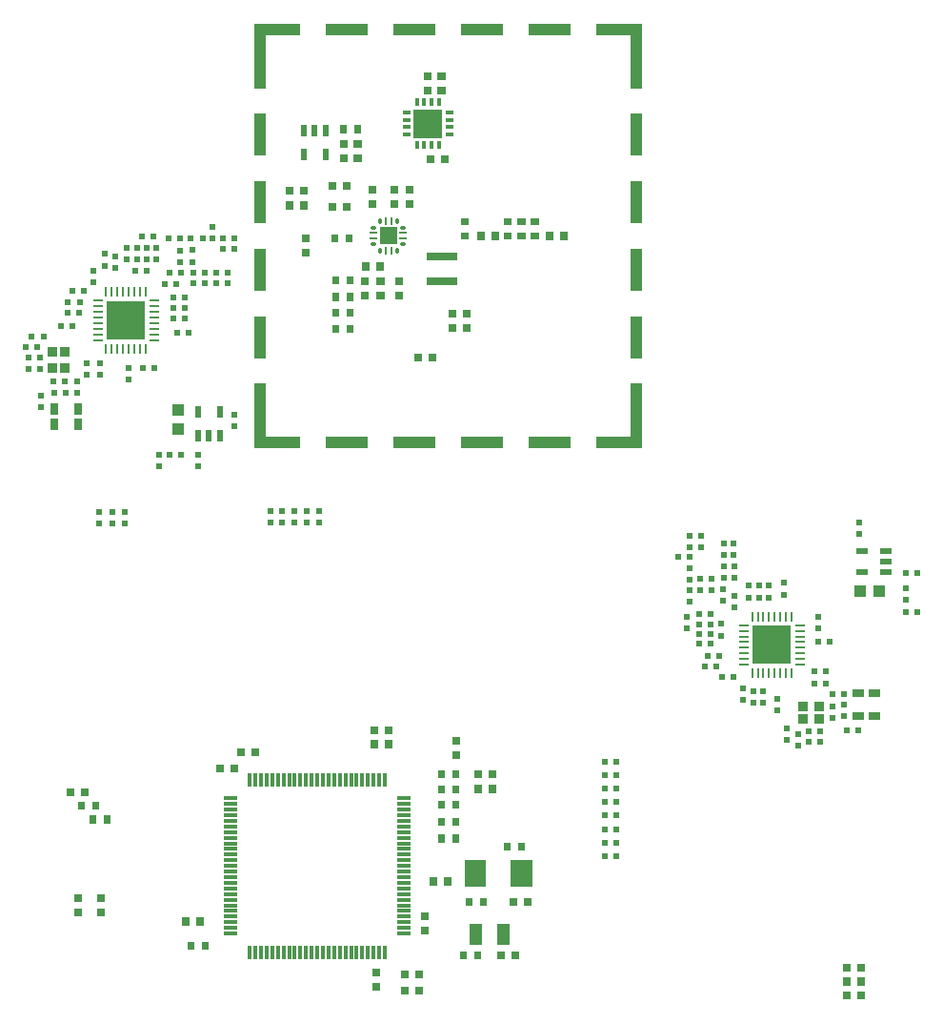
<source format=gbr>
%TF.GenerationSoftware,KiCad,Pcbnew,(5.1.6)-1*%
%TF.CreationDate,2020-06-01T16:59:42-04:00*%
%TF.ProjectId,upsat-comms-hardware,75707361-742d-4636-9f6d-6d732d686172,0.3*%
%TF.SameCoordinates,Original*%
%TF.FileFunction,Paste,Top*%
%TF.FilePolarity,Positive*%
%FSLAX46Y46*%
G04 Gerber Fmt 4.6, Leading zero omitted, Abs format (unit mm)*
G04 Created by KiCad (PCBNEW (5.1.6)-1) date 2020-06-01 16:59:42*
%MOMM*%
%LPD*%
G01*
G04 APERTURE LIST*
%ADD10R,1.100000X1.100000*%
%ADD11R,0.300000X0.720000*%
%ADD12R,0.720000X0.300000*%
%ADD13R,2.500000X2.500000*%
%ADD14R,1.300480X0.299720*%
%ADD15R,0.299720X1.300480*%
%ADD16R,1.000000X5.720000*%
%ADD17R,1.000000X3.800000*%
%ADD18R,3.800000X1.000000*%
%ADD19R,4.140000X1.000000*%
%ADD20R,0.949960X0.848360*%
%ADD21R,0.848360X0.949960*%
%ADD22R,0.280000X0.850000*%
%ADD23R,0.850000X0.280000*%
%ADD24R,3.450000X3.450000*%
%ADD25R,0.640000X0.280000*%
%ADD26O,0.640000X0.280000*%
%ADD27O,0.280000X0.640000*%
%ADD28R,0.280000X0.640000*%
%ADD29R,1.500000X1.500000*%
%ADD30R,0.590000X0.610000*%
%ADD31R,0.610000X0.590000*%
%ADD32C,0.100000*%
%ADD33R,0.800000X1.000000*%
%ADD34R,1.000000X0.800000*%
%ADD35R,1.000760X0.599440*%
%ADD36R,0.599440X1.000760*%
%ADD37R,2.700000X0.800000*%
G04 APERTURE END LIST*
D10*
%TO.C,C81*%
X120972380Y-92015664D03*
X120972380Y-93745664D03*
%TD*%
D11*
%TO.C,U12*%
X144150000Y-64700000D03*
X143500000Y-64700000D03*
X142850000Y-64700000D03*
X142200000Y-64700000D03*
D12*
X141275000Y-65625000D03*
X141275000Y-66275000D03*
X141275000Y-66925000D03*
X141275000Y-67575000D03*
D11*
X142200000Y-68500000D03*
X142850000Y-68500000D03*
X143500000Y-68500000D03*
X144150000Y-68500000D03*
D12*
X145075000Y-67575000D03*
X145075000Y-66925000D03*
X145075000Y-66275000D03*
X145075000Y-65625000D03*
D13*
X143175000Y-66600000D03*
%TD*%
D14*
%TO.C,U5*%
X141026760Y-137026760D03*
X141026760Y-136526380D03*
X141026760Y-136026000D03*
X141026760Y-135525620D03*
X141026760Y-135025240D03*
X141026760Y-138525360D03*
X141026760Y-138024980D03*
X141026760Y-137527140D03*
X141026760Y-130526900D03*
X141026760Y-130026520D03*
X141026760Y-129526140D03*
X141026760Y-129025760D03*
X141026760Y-128525380D03*
X141026760Y-128025000D03*
X141026760Y-127524620D03*
X141026760Y-127026780D03*
D15*
X135850240Y-124850000D03*
X135349860Y-124850000D03*
X134852020Y-124850000D03*
X134351640Y-124850000D03*
X133851260Y-124850000D03*
X133350880Y-124850000D03*
X132850500Y-124850000D03*
X132350120Y-124850000D03*
X127851780Y-124850000D03*
X127351400Y-124850000D03*
D14*
X125675000Y-126526400D03*
X125675000Y-127026780D03*
X125675000Y-127524620D03*
X125675000Y-128025000D03*
X125675000Y-128525380D03*
X125675000Y-129025760D03*
X141026760Y-134524860D03*
X141026760Y-134027020D03*
X141026760Y-133526640D03*
X141026760Y-126526400D03*
D15*
X139350360Y-124850000D03*
X138849980Y-124850000D03*
X131849740Y-124850000D03*
X131351900Y-124850000D03*
X130851520Y-124850000D03*
D14*
X125675000Y-129526140D03*
X125675000Y-130026520D03*
X125675000Y-130526900D03*
X141026760Y-133026260D03*
X141026760Y-132525880D03*
X141026760Y-132025500D03*
X141026760Y-131525120D03*
X141026760Y-131024740D03*
D15*
X138352140Y-124850000D03*
X137851760Y-124850000D03*
X137351380Y-124850000D03*
X136851000Y-124850000D03*
X136350620Y-124850000D03*
X130351140Y-124850000D03*
X129850760Y-124850000D03*
X129350380Y-124850000D03*
X128850000Y-124850000D03*
X128349620Y-124850000D03*
D14*
X125675000Y-131024740D03*
X125675000Y-131525120D03*
X125675000Y-132025500D03*
X125675000Y-132525880D03*
X125675000Y-133026260D03*
X125675000Y-133526640D03*
X125675000Y-134027020D03*
X125675000Y-134524860D03*
X125675000Y-135025240D03*
X125675000Y-135525620D03*
X125675000Y-136026000D03*
X125675000Y-136526380D03*
X125675000Y-137026760D03*
X125675000Y-137527140D03*
X125675000Y-138024980D03*
X125675000Y-138525360D03*
D15*
X127351400Y-140201760D03*
X127851780Y-140201760D03*
X128349620Y-140201760D03*
X128850000Y-140201760D03*
X129350380Y-140201760D03*
X129850760Y-140201760D03*
X130351140Y-140201760D03*
X130851520Y-140201760D03*
X131351900Y-140201760D03*
X131849740Y-140201760D03*
X132350120Y-140201760D03*
X132850500Y-140201760D03*
X133350880Y-140201760D03*
X133851260Y-140201760D03*
X134351640Y-140201760D03*
X134852020Y-140201760D03*
X135349860Y-140201760D03*
X135850240Y-140201760D03*
X136350620Y-140201760D03*
X136851000Y-140201760D03*
X137351380Y-140201760D03*
X137851760Y-140201760D03*
X138352140Y-140201760D03*
X138849980Y-140201760D03*
X139350360Y-140201760D03*
%TD*%
D16*
%TO.C,RFSHIELD1*%
X128260000Y-92540000D03*
D17*
X128260000Y-85590000D03*
X128260000Y-79580000D03*
X128260000Y-73590000D03*
X128260000Y-67590000D03*
X161740000Y-85590000D03*
X161740000Y-79580000D03*
X161740000Y-73590000D03*
X161740000Y-67590000D03*
D16*
X161740000Y-92540000D03*
X161740000Y-60625000D03*
X128260000Y-60625000D03*
D18*
X136000000Y-94900000D03*
X142000000Y-94900000D03*
X148000000Y-94900000D03*
X154000000Y-94900000D03*
X136000000Y-58270000D03*
X142000000Y-58270000D03*
X148000000Y-58270000D03*
X154000000Y-58270000D03*
D19*
X129830000Y-58265000D03*
X160170000Y-58265000D03*
X129830000Y-94900000D03*
X160170000Y-94900000D03*
%TD*%
D20*
%TO.C,U3*%
X177943592Y-118334488D03*
X176495792Y-119477488D03*
X176495792Y-118334488D03*
X177943592Y-119477488D03*
%TD*%
D21*
%TO.C,U18*%
X110915380Y-88315664D03*
X109772380Y-86867864D03*
X110915380Y-86867864D03*
X109772380Y-88315664D03*
%TD*%
D22*
%TO.C,U10*%
X114584760Y-86581328D03*
X115084760Y-86581328D03*
X115584760Y-86581328D03*
X116084760Y-86581328D03*
X116584760Y-86581328D03*
X117084760Y-86581328D03*
X117584760Y-86581328D03*
X118084760Y-86581328D03*
D23*
X118834760Y-85831328D03*
X118834760Y-85331328D03*
X118834760Y-84831328D03*
X118834760Y-84331328D03*
X118834760Y-83831328D03*
X118834760Y-83331328D03*
X118834760Y-82831328D03*
X118834760Y-82331328D03*
D22*
X118084760Y-81581328D03*
X117584760Y-81581328D03*
X117084760Y-81581328D03*
X116584760Y-81581328D03*
X116084760Y-81581328D03*
X115584760Y-81581328D03*
X115084760Y-81581328D03*
X114584760Y-81581328D03*
D23*
X113834760Y-82331328D03*
X113834760Y-82831328D03*
X113834760Y-83331328D03*
X113834760Y-83831328D03*
X113834760Y-84331328D03*
X113834760Y-84831328D03*
X113834760Y-85331328D03*
X113834760Y-85831328D03*
D24*
X116334760Y-84081328D03*
%TD*%
D23*
%TO.C,U4*%
X176259692Y-114655988D03*
X176259692Y-114155988D03*
X176259692Y-113655988D03*
X176259692Y-113155988D03*
X176259692Y-112655988D03*
X176259692Y-112155988D03*
X176259692Y-111655988D03*
X176259692Y-111155988D03*
D22*
X175509692Y-110405988D03*
X175009692Y-110405988D03*
X174509692Y-110405988D03*
X174009692Y-110405988D03*
X173509692Y-110405988D03*
X173009692Y-110405988D03*
X172509692Y-110405988D03*
X172009692Y-110405988D03*
D23*
X171259692Y-111155988D03*
X171259692Y-111655988D03*
X171259692Y-112155988D03*
X171259692Y-112655988D03*
X171259692Y-113155988D03*
X171259692Y-113655988D03*
X171259692Y-114155988D03*
X171259692Y-114655988D03*
D22*
X172009692Y-115405988D03*
X172509692Y-115405988D03*
X173009692Y-115405988D03*
X173509692Y-115405988D03*
X174009692Y-115405988D03*
X174509692Y-115405988D03*
X175009692Y-115405988D03*
X175509692Y-115405988D03*
D24*
X173759692Y-112905988D03*
%TD*%
D25*
%TO.C,U16*%
X138372380Y-76331328D03*
D26*
X138372380Y-75831328D03*
D25*
X138372380Y-76831328D03*
D26*
X138372380Y-77331328D03*
D27*
X138922380Y-77881328D03*
D28*
X139422380Y-77881328D03*
X139922380Y-77881328D03*
D27*
X140422380Y-77881328D03*
D26*
X140972380Y-77331328D03*
D25*
X140972380Y-76831328D03*
X140972380Y-76331328D03*
D26*
X140972380Y-75831328D03*
D27*
X140422380Y-75281328D03*
D28*
X139922380Y-75281328D03*
X139422380Y-75281328D03*
D27*
X138922380Y-75281328D03*
D29*
X139672380Y-76581328D03*
%TD*%
D30*
%TO.C,C3*%
X180134690Y-119260340D03*
X180134690Y-118240340D03*
%TD*%
D31*
%TO.C,C4*%
X185639692Y-106505988D03*
X186659692Y-106505988D03*
%TD*%
%TO.C,C5*%
X177559692Y-115255988D03*
X178579692Y-115255988D03*
%TD*%
%TO.C,C6*%
X177874769Y-112610741D03*
X178894769Y-112610741D03*
%TD*%
D30*
%TO.C,C7*%
X177909692Y-111425988D03*
X177909692Y-110405988D03*
%TD*%
%TO.C,C8*%
X181534690Y-103060340D03*
X181534690Y-102040340D03*
%TD*%
D31*
%TO.C,C9*%
X179114690Y-117280988D03*
X180134690Y-117280988D03*
%TD*%
D30*
%TO.C,C10*%
X179109692Y-119375988D03*
X179109692Y-118355988D03*
%TD*%
D31*
%TO.C,C11*%
X178049692Y-120575988D03*
X177029692Y-120575988D03*
%TD*%
D30*
%TO.C,C12*%
X175109692Y-121335988D03*
X175109692Y-120315988D03*
%TD*%
D31*
%TO.C,C13*%
X185684692Y-110005988D03*
X186704692Y-110005988D03*
%TD*%
%TO.C,C14*%
X178049692Y-121485988D03*
X177029692Y-121485988D03*
%TD*%
D30*
%TO.C,C15*%
X174859692Y-108425988D03*
X174859692Y-107405988D03*
%TD*%
%TO.C,C16*%
X174259692Y-118705988D03*
X174259692Y-117685988D03*
%TD*%
%TO.C,C18*%
X173484692Y-108680988D03*
X173484692Y-107660988D03*
%TD*%
%TO.C,C19*%
X172999692Y-118075988D03*
X172999692Y-117055988D03*
%TD*%
D31*
%TO.C,C20*%
X169309692Y-115755988D03*
X170329692Y-115755988D03*
%TD*%
D30*
%TO.C,C21*%
X172089692Y-118075988D03*
X172089692Y-117055988D03*
%TD*%
%TO.C,C22*%
X171709692Y-108680988D03*
X171709692Y-107660988D03*
%TD*%
%TO.C,C23*%
X171184692Y-117775988D03*
X171184692Y-116755988D03*
%TD*%
D31*
%TO.C,C26*%
X167819692Y-114795988D03*
X168839692Y-114795988D03*
%TD*%
%TO.C,C27*%
X168039692Y-113855988D03*
X169059692Y-113855988D03*
%TD*%
D30*
%TO.C,C30*%
X169459692Y-104875988D03*
X169459692Y-103855988D03*
%TD*%
%TO.C,C31*%
X169434690Y-107920340D03*
X169434690Y-108940340D03*
%TD*%
%TO.C,C32*%
X169459692Y-106930988D03*
X169459692Y-105910988D03*
%TD*%
%TO.C,C33*%
X170384692Y-104905988D03*
X170384692Y-103885988D03*
%TD*%
D31*
%TO.C,C34*%
X167414690Y-107040340D03*
X168434690Y-107040340D03*
%TD*%
%TO.C,C35*%
X167284692Y-112805988D03*
X168304692Y-112805988D03*
%TD*%
%TO.C,C37*%
X167284692Y-111055988D03*
X168304692Y-111055988D03*
%TD*%
D30*
%TO.C,C39*%
X166459692Y-109055988D03*
X166459692Y-108035988D03*
%TD*%
D31*
%TO.C,C44*%
X166484692Y-105055988D03*
X165464692Y-105055988D03*
%TD*%
D30*
%TO.C,C47*%
X167459692Y-103180988D03*
X167459692Y-104200988D03*
%TD*%
D31*
%TO.C,C53*%
X109972380Y-90481328D03*
X110992380Y-90481328D03*
%TD*%
D30*
%TO.C,C55*%
X122747380Y-96045664D03*
X122747380Y-97065664D03*
%TD*%
%TO.C,C57*%
X114022380Y-87915664D03*
X114022380Y-88935664D03*
%TD*%
%TO.C,C58*%
X116584760Y-88281328D03*
X116584760Y-89301328D03*
%TD*%
D31*
%TO.C,C61*%
X117852380Y-88315664D03*
X118872380Y-88315664D03*
%TD*%
D30*
%TO.C,C62*%
X126000000Y-92480000D03*
X126000000Y-93500000D03*
%TD*%
%TO.C,C65*%
X111972380Y-89515664D03*
X111972380Y-90535664D03*
%TD*%
D31*
%TO.C,C67*%
X109872380Y-89515664D03*
X110892380Y-89515664D03*
%TD*%
D30*
%TO.C,C69*%
X108672380Y-88435664D03*
X108672380Y-87415664D03*
%TD*%
D31*
%TO.C,C71*%
X107984760Y-85481328D03*
X109004760Y-85481328D03*
%TD*%
D30*
%TO.C,C73*%
X119247380Y-96040664D03*
X119247380Y-97060664D03*
%TD*%
%TO.C,C75*%
X107722380Y-88435664D03*
X107722380Y-87415664D03*
%TD*%
D31*
%TO.C,C77*%
X120872380Y-85215664D03*
X121892380Y-85215664D03*
%TD*%
%TO.C,C79*%
X110552380Y-84615664D03*
X111572380Y-84615664D03*
%TD*%
%TO.C,C83*%
X120584760Y-83881328D03*
X121604760Y-83881328D03*
%TD*%
%TO.C,C85*%
X111172380Y-83365664D03*
X112192380Y-83365664D03*
%TD*%
D30*
%TO.C,C87*%
X113472380Y-79681328D03*
X113472380Y-80701328D03*
%TD*%
D31*
%TO.C,C89*%
X111202380Y-82465664D03*
X112222380Y-82465664D03*
%TD*%
%TO.C,C91*%
X120572380Y-82065664D03*
X121592380Y-82065664D03*
%TD*%
%TO.C,C93*%
X111584760Y-81481328D03*
X112604760Y-81481328D03*
%TD*%
D30*
%TO.C,C95*%
X114472380Y-78195664D03*
X114472380Y-79215664D03*
%TD*%
%TO.C,C96*%
X115372380Y-78415664D03*
X115372380Y-79435664D03*
%TD*%
D31*
%TO.C,C99*%
X124342380Y-79855664D03*
X125362380Y-79855664D03*
%TD*%
%TO.C,C101*%
X121212380Y-79815664D03*
X120192380Y-79815664D03*
%TD*%
%TO.C,C103*%
X122342380Y-79815664D03*
X123362380Y-79815664D03*
%TD*%
%TO.C,C105*%
X124342380Y-80745664D03*
X125362380Y-80745664D03*
%TD*%
D30*
%TO.C,C107*%
X122232380Y-77855664D03*
X122232380Y-78875664D03*
%TD*%
%TO.C,C109*%
X116452380Y-77635664D03*
X116452380Y-78655664D03*
%TD*%
%TO.C,C111*%
X118172380Y-77635664D03*
X118172380Y-78655664D03*
%TD*%
D31*
%TO.C,C113*%
X120142380Y-76835664D03*
X121162380Y-76835664D03*
%TD*%
D30*
%TO.C,C115*%
X124062380Y-76825664D03*
X124062380Y-75805664D03*
%TD*%
D31*
%TO.C,C118*%
X126012380Y-77765664D03*
X124992380Y-77765664D03*
%TD*%
D30*
%TO.C,L1*%
X185634692Y-108905988D03*
X185634692Y-107885988D03*
%TD*%
%TO.C,L2*%
X170434690Y-109560340D03*
X170434690Y-108540340D03*
%TD*%
%TO.C,L3*%
X169279692Y-112065988D03*
X169279692Y-111045988D03*
%TD*%
D31*
%TO.C,L5*%
X167414690Y-108040340D03*
X168434690Y-108040340D03*
%TD*%
%TO.C,L6*%
X167289692Y-111955988D03*
X168309692Y-111955988D03*
%TD*%
%TO.C,L7*%
X167284692Y-110155988D03*
X168304692Y-110155988D03*
%TD*%
D30*
%TO.C,L8*%
X166484692Y-106055988D03*
X166484692Y-107075988D03*
%TD*%
%TO.C,L9*%
X166234690Y-111460340D03*
X166234690Y-110440340D03*
%TD*%
%TO.C,L10*%
X166484692Y-103180988D03*
X166484692Y-104200988D03*
%TD*%
D31*
%TO.C,L11*%
X120222380Y-96015664D03*
X121242380Y-96015664D03*
%TD*%
%TO.C,L13*%
X119782380Y-80825664D03*
X120802380Y-80825664D03*
%TD*%
%TO.C,L15*%
X117172380Y-79655664D03*
X118192380Y-79655664D03*
%TD*%
D30*
%TO.C,L17*%
X121184760Y-77861328D03*
X121184760Y-78881328D03*
%TD*%
%TO.C,L19*%
X117302380Y-77635664D03*
X117302380Y-78655664D03*
%TD*%
%TO.C,L21*%
X119032380Y-77645664D03*
X119032380Y-78665664D03*
%TD*%
D31*
%TO.C,L23*%
X123142380Y-76835664D03*
X122122380Y-76835664D03*
%TD*%
%TO.C,L25*%
X117752380Y-76635664D03*
X118772380Y-76635664D03*
%TD*%
%TO.C,L27*%
X125992380Y-76815664D03*
X124972380Y-76815664D03*
%TD*%
%TO.C,R8*%
X180389692Y-120505988D03*
X181409692Y-120505988D03*
%TD*%
D30*
%TO.C,R9*%
X176089692Y-121815988D03*
X176089692Y-120795988D03*
%TD*%
D31*
%TO.C,R10*%
X178579692Y-116305988D03*
X177559692Y-116305988D03*
%TD*%
D30*
%TO.C,R17*%
X172609692Y-108680988D03*
X172609692Y-107660988D03*
%TD*%
%TO.C,R19*%
X170409692Y-106930988D03*
X170409692Y-105910988D03*
%TD*%
%TO.C,R24*%
X108772380Y-90795664D03*
X108772380Y-91815664D03*
%TD*%
D31*
%TO.C,R26*%
X107452380Y-86465664D03*
X108472380Y-86465664D03*
%TD*%
D30*
%TO.C,R27*%
X112872380Y-88935664D03*
X112872380Y-87915664D03*
%TD*%
D31*
%TO.C,R32*%
X120584760Y-82981328D03*
X121604760Y-82981328D03*
%TD*%
%TO.C,R39*%
X122322380Y-80775664D03*
X123342380Y-80775664D03*
%TD*%
%TO.C,R59*%
X158919259Y-124454769D03*
X159939259Y-124454769D03*
%TD*%
%TO.C,R60*%
X158919259Y-125654769D03*
X159939259Y-125654769D03*
%TD*%
%TO.C,R61*%
X158919259Y-126854769D03*
X159939259Y-126854769D03*
%TD*%
%TO.C,R62*%
X158919259Y-128054769D03*
X159939259Y-128054769D03*
%TD*%
%TO.C,R63*%
X158919259Y-129254769D03*
X159939259Y-129254769D03*
%TD*%
%TO.C,R64*%
X158919259Y-130454769D03*
X159939259Y-130454769D03*
%TD*%
%TO.C,R65*%
X158919259Y-131654769D03*
X159939259Y-131654769D03*
%TD*%
D30*
%TO.C,R66*%
X113972380Y-102125664D03*
X113972380Y-101105664D03*
%TD*%
%TO.C,R67*%
X115117380Y-102125664D03*
X115117380Y-101105664D03*
%TD*%
%TO.C,R68*%
X116262380Y-102125664D03*
X116262380Y-101105664D03*
%TD*%
%TO.C,R69*%
X129162380Y-102000000D03*
X129162380Y-100980000D03*
%TD*%
%TO.C,R70*%
X130252380Y-102000000D03*
X130252380Y-100980000D03*
%TD*%
%TO.C,R71*%
X131342380Y-102000000D03*
X131342380Y-100980000D03*
%TD*%
%TO.C,R72*%
X132432380Y-102000000D03*
X132432380Y-100980000D03*
%TD*%
%TO.C,R73*%
X133522380Y-102000000D03*
X133522380Y-100980000D03*
%TD*%
D31*
%TO.C,R58*%
X158919259Y-123254769D03*
X159939259Y-123254769D03*
%TD*%
D32*
%TO.C,R53*%
G36*
X135357380Y-67445664D02*
G01*
X135357380Y-66745664D01*
X136007380Y-66745664D01*
X136007380Y-67445664D01*
X135357380Y-67445664D01*
G37*
G36*
X136627380Y-67445664D02*
G01*
X136627380Y-66745664D01*
X137277380Y-66745664D01*
X137277380Y-67445664D01*
X136627380Y-67445664D01*
G37*
%TD*%
%TO.C,R51*%
G36*
X134359760Y-74331328D02*
G01*
X134359760Y-73631328D01*
X135009760Y-73631328D01*
X135009760Y-74331328D01*
X134359760Y-74331328D01*
G37*
G36*
X135629760Y-74331328D02*
G01*
X135629760Y-73631328D01*
X136279760Y-73631328D01*
X136279760Y-74331328D01*
X135629760Y-74331328D01*
G37*
%TD*%
%TO.C,R49*%
G36*
X132002380Y-76500664D02*
G01*
X132702380Y-76500664D01*
X132702380Y-77150664D01*
X132002380Y-77150664D01*
X132002380Y-76500664D01*
G37*
G36*
X132002380Y-77770664D02*
G01*
X132702380Y-77770664D01*
X132702380Y-78420664D01*
X132002380Y-78420664D01*
X132002380Y-77770664D01*
G37*
%TD*%
%TO.C,R47*%
G36*
X134677380Y-80865664D02*
G01*
X134677380Y-80165664D01*
X135327380Y-80165664D01*
X135327380Y-80865664D01*
X134677380Y-80865664D01*
G37*
G36*
X135947380Y-80865664D02*
G01*
X135947380Y-80165664D01*
X136597380Y-80165664D01*
X136597380Y-80865664D01*
X135947380Y-80865664D01*
G37*
%TD*%
%TO.C,R45*%
G36*
X144034760Y-62056328D02*
G01*
X144734760Y-62056328D01*
X144734760Y-62706328D01*
X144034760Y-62706328D01*
X144034760Y-62056328D01*
G37*
G36*
X144034760Y-63326328D02*
G01*
X144734760Y-63326328D01*
X144734760Y-63976328D01*
X144034760Y-63976328D01*
X144034760Y-63326328D01*
G37*
%TD*%
%TO.C,R43*%
G36*
X142834760Y-62056328D02*
G01*
X143534760Y-62056328D01*
X143534760Y-62706328D01*
X142834760Y-62706328D01*
X142834760Y-62056328D01*
G37*
G36*
X142834760Y-63326328D02*
G01*
X143534760Y-63326328D01*
X143534760Y-63976328D01*
X142834760Y-63976328D01*
X142834760Y-63326328D01*
G37*
%TD*%
%TO.C,R41*%
G36*
X180075000Y-143150000D02*
G01*
X180075000Y-142450000D01*
X180725000Y-142450000D01*
X180725000Y-143150000D01*
X180075000Y-143150000D01*
G37*
G36*
X181345000Y-143150000D02*
G01*
X181345000Y-142450000D01*
X181995000Y-142450000D01*
X181995000Y-143150000D01*
X181345000Y-143150000D01*
G37*
%TD*%
%TO.C,R38*%
G36*
X181995000Y-141250000D02*
G01*
X181995000Y-141950000D01*
X181345000Y-141950000D01*
X181345000Y-141250000D01*
X181995000Y-141250000D01*
G37*
G36*
X180725000Y-141250000D02*
G01*
X180725000Y-141950000D01*
X180075000Y-141950000D01*
X180075000Y-141250000D01*
X180725000Y-141250000D01*
G37*
%TD*%
%TO.C,R37*%
G36*
X181995000Y-143650000D02*
G01*
X181995000Y-144350000D01*
X181345000Y-144350000D01*
X181345000Y-143650000D01*
X181995000Y-143650000D01*
G37*
G36*
X180725000Y-143650000D02*
G01*
X180725000Y-144350000D01*
X180075000Y-144350000D01*
X180075000Y-143650000D01*
X180725000Y-143650000D01*
G37*
%TD*%
%TO.C,R36*%
G36*
X112995000Y-125650000D02*
G01*
X112995000Y-126350000D01*
X112345000Y-126350000D01*
X112345000Y-125650000D01*
X112995000Y-125650000D01*
G37*
G36*
X111725000Y-125650000D02*
G01*
X111725000Y-126350000D01*
X111075000Y-126350000D01*
X111075000Y-125650000D01*
X111725000Y-125650000D01*
G37*
%TD*%
%TO.C,R35*%
G36*
X114995000Y-128050000D02*
G01*
X114995000Y-128750000D01*
X114345000Y-128750000D01*
X114345000Y-128050000D01*
X114995000Y-128050000D01*
G37*
G36*
X113725000Y-128050000D02*
G01*
X113725000Y-128750000D01*
X113075000Y-128750000D01*
X113075000Y-128050000D01*
X113725000Y-128050000D01*
G37*
%TD*%
%TO.C,R34*%
G36*
X114450000Y-136995000D02*
G01*
X113750000Y-136995000D01*
X113750000Y-136345000D01*
X114450000Y-136345000D01*
X114450000Y-136995000D01*
G37*
G36*
X114450000Y-135725000D02*
G01*
X113750000Y-135725000D01*
X113750000Y-135075000D01*
X114450000Y-135075000D01*
X114450000Y-135725000D01*
G37*
%TD*%
%TO.C,R31*%
G36*
X112075000Y-127550000D02*
G01*
X112075000Y-126850000D01*
X112725000Y-126850000D01*
X112725000Y-127550000D01*
X112075000Y-127550000D01*
G37*
G36*
X113345000Y-127550000D02*
G01*
X113345000Y-126850000D01*
X113995000Y-126850000D01*
X113995000Y-127550000D01*
X113345000Y-127550000D01*
G37*
%TD*%
%TO.C,R30*%
G36*
X111750000Y-135075000D02*
G01*
X112450000Y-135075000D01*
X112450000Y-135725000D01*
X111750000Y-135725000D01*
X111750000Y-135075000D01*
G37*
G36*
X111750000Y-136345000D02*
G01*
X112450000Y-136345000D01*
X112450000Y-136995000D01*
X111750000Y-136995000D01*
X111750000Y-136345000D01*
G37*
%TD*%
%TO.C,R20*%
G36*
X138270000Y-141685000D02*
G01*
X138970000Y-141685000D01*
X138970000Y-142335000D01*
X138270000Y-142335000D01*
X138270000Y-141685000D01*
G37*
G36*
X138270000Y-142955000D02*
G01*
X138970000Y-142955000D01*
X138970000Y-143605000D01*
X138270000Y-143605000D01*
X138270000Y-142955000D01*
G37*
%TD*%
%TO.C,R18*%
G36*
X144075000Y-124750000D02*
G01*
X144075000Y-124050000D01*
X144725000Y-124050000D01*
X144725000Y-124750000D01*
X144075000Y-124750000D01*
G37*
G36*
X145345000Y-124750000D02*
G01*
X145345000Y-124050000D01*
X145995000Y-124050000D01*
X145995000Y-124750000D01*
X145345000Y-124750000D01*
G37*
%TD*%
%TO.C,R5*%
G36*
X149905000Y-131153015D02*
G01*
X149905000Y-130453015D01*
X150555000Y-130453015D01*
X150555000Y-131153015D01*
X149905000Y-131153015D01*
G37*
G36*
X151175000Y-131153015D02*
G01*
X151175000Y-130453015D01*
X151825000Y-130453015D01*
X151825000Y-131153015D01*
X151175000Y-131153015D01*
G37*
%TD*%
%TO.C,R3*%
G36*
X144075000Y-130450000D02*
G01*
X144075000Y-129750000D01*
X144725000Y-129750000D01*
X144725000Y-130450000D01*
X144075000Y-130450000D01*
G37*
G36*
X145345000Y-130450000D02*
G01*
X145345000Y-129750000D01*
X145995000Y-129750000D01*
X145995000Y-130450000D01*
X145345000Y-130450000D01*
G37*
%TD*%
%TO.C,L33*%
G36*
X149509760Y-76231328D02*
G01*
X149509760Y-76931328D01*
X148859760Y-76931328D01*
X148859760Y-76231328D01*
X149509760Y-76231328D01*
G37*
G36*
X148239760Y-76231328D02*
G01*
X148239760Y-76931328D01*
X147589760Y-76931328D01*
X147589760Y-76231328D01*
X148239760Y-76231328D01*
G37*
%TD*%
%TO.C,L29*%
G36*
X139277380Y-78955664D02*
G01*
X139277380Y-79655664D01*
X138627380Y-79655664D01*
X138627380Y-78955664D01*
X139277380Y-78955664D01*
G37*
G36*
X138007380Y-78955664D02*
G01*
X138007380Y-79655664D01*
X137357380Y-79655664D01*
X137357380Y-78955664D01*
X138007380Y-78955664D01*
G37*
%TD*%
%TO.C,L4*%
G36*
X146030000Y-123035000D02*
G01*
X145330000Y-123035000D01*
X145330000Y-122385000D01*
X146030000Y-122385000D01*
X146030000Y-123035000D01*
G37*
G36*
X146030000Y-121765000D02*
G01*
X145330000Y-121765000D01*
X145330000Y-121115000D01*
X146030000Y-121115000D01*
X146030000Y-121765000D01*
G37*
%TD*%
%TO.C,C169*%
G36*
X155605000Y-76231328D02*
G01*
X155605000Y-76931328D01*
X154955000Y-76931328D01*
X154955000Y-76231328D01*
X155605000Y-76231328D01*
G37*
G36*
X154335000Y-76231328D02*
G01*
X154335000Y-76931328D01*
X153685000Y-76931328D01*
X153685000Y-76231328D01*
X154335000Y-76231328D01*
G37*
%TD*%
%TO.C,C164*%
G36*
X153050000Y-76905000D02*
G01*
X152350000Y-76905000D01*
X152350000Y-76255000D01*
X153050000Y-76255000D01*
X153050000Y-76905000D01*
G37*
G36*
X153050000Y-75635000D02*
G01*
X152350000Y-75635000D01*
X152350000Y-74985000D01*
X153050000Y-74985000D01*
X153050000Y-75635000D01*
G37*
%TD*%
%TO.C,C160*%
G36*
X150650000Y-76906328D02*
G01*
X149950000Y-76906328D01*
X149950000Y-76256328D01*
X150650000Y-76256328D01*
X150650000Y-76906328D01*
G37*
G36*
X150650000Y-75636328D02*
G01*
X149950000Y-75636328D01*
X149950000Y-74986328D01*
X150650000Y-74986328D01*
X150650000Y-75636328D01*
G37*
%TD*%
%TO.C,C159*%
G36*
X151150000Y-74986328D02*
G01*
X151850000Y-74986328D01*
X151850000Y-75636328D01*
X151150000Y-75636328D01*
X151150000Y-74986328D01*
G37*
G36*
X151150000Y-76256328D02*
G01*
X151850000Y-76256328D01*
X151850000Y-76906328D01*
X151150000Y-76906328D01*
X151150000Y-76256328D01*
G37*
%TD*%
%TO.C,C157*%
G36*
X146134760Y-74985000D02*
G01*
X146834760Y-74985000D01*
X146834760Y-75635000D01*
X146134760Y-75635000D01*
X146134760Y-74985000D01*
G37*
G36*
X146134760Y-76255000D02*
G01*
X146834760Y-76255000D01*
X146834760Y-76905000D01*
X146134760Y-76905000D01*
X146134760Y-76255000D01*
G37*
%TD*%
%TO.C,C153*%
G36*
X142007380Y-87715664D02*
G01*
X142007380Y-87015664D01*
X142657380Y-87015664D01*
X142657380Y-87715664D01*
X142007380Y-87715664D01*
G37*
G36*
X143277380Y-87715664D02*
G01*
X143277380Y-87015664D01*
X143927380Y-87015664D01*
X143927380Y-87715664D01*
X143277380Y-87715664D01*
G37*
%TD*%
%TO.C,C152*%
G36*
X145059760Y-85131328D02*
G01*
X145059760Y-84431328D01*
X145709760Y-84431328D01*
X145709760Y-85131328D01*
X145059760Y-85131328D01*
G37*
G36*
X146329760Y-85131328D02*
G01*
X146329760Y-84431328D01*
X146979760Y-84431328D01*
X146979760Y-85131328D01*
X146329760Y-85131328D01*
G37*
%TD*%
%TO.C,C151*%
G36*
X145059760Y-83831328D02*
G01*
X145059760Y-83131328D01*
X145709760Y-83131328D01*
X145709760Y-83831328D01*
X145059760Y-83831328D01*
G37*
G36*
X146329760Y-83831328D02*
G01*
X146329760Y-83131328D01*
X146979760Y-83131328D01*
X146979760Y-83831328D01*
X146329760Y-83831328D01*
G37*
%TD*%
%TO.C,C149*%
G36*
X141934760Y-74106328D02*
G01*
X141234760Y-74106328D01*
X141234760Y-73456328D01*
X141934760Y-73456328D01*
X141934760Y-74106328D01*
G37*
G36*
X141934760Y-72836328D02*
G01*
X141234760Y-72836328D01*
X141234760Y-72186328D01*
X141934760Y-72186328D01*
X141934760Y-72836328D01*
G37*
%TD*%
%TO.C,C147*%
G36*
X140522380Y-74106328D02*
G01*
X139822380Y-74106328D01*
X139822380Y-73456328D01*
X140522380Y-73456328D01*
X140522380Y-74106328D01*
G37*
G36*
X140522380Y-72836328D02*
G01*
X139822380Y-72836328D01*
X139822380Y-72186328D01*
X140522380Y-72186328D01*
X140522380Y-72836328D01*
G37*
%TD*%
%TO.C,C145*%
G36*
X140302380Y-80310664D02*
G01*
X141002380Y-80310664D01*
X141002380Y-80960664D01*
X140302380Y-80960664D01*
X140302380Y-80310664D01*
G37*
G36*
X140302380Y-81580664D02*
G01*
X141002380Y-81580664D01*
X141002380Y-82230664D01*
X140302380Y-82230664D01*
X140302380Y-81580664D01*
G37*
%TD*%
%TO.C,C143*%
G36*
X136600000Y-68115000D02*
G01*
X137300000Y-68115000D01*
X137300000Y-68765000D01*
X136600000Y-68765000D01*
X136600000Y-68115000D01*
G37*
G36*
X136600000Y-69385000D02*
G01*
X137300000Y-69385000D01*
X137300000Y-70035000D01*
X136600000Y-70035000D01*
X136600000Y-69385000D01*
G37*
%TD*%
%TO.C,C141*%
G36*
X138622380Y-74106328D02*
G01*
X137922380Y-74106328D01*
X137922380Y-73456328D01*
X138622380Y-73456328D01*
X138622380Y-74106328D01*
G37*
G36*
X138622380Y-72836328D02*
G01*
X137922380Y-72836328D01*
X137922380Y-72186328D01*
X138622380Y-72186328D01*
X138622380Y-72836328D01*
G37*
%TD*%
%TO.C,C139*%
G36*
X138622380Y-80290664D02*
G01*
X139322380Y-80290664D01*
X139322380Y-80940664D01*
X138622380Y-80940664D01*
X138622380Y-80290664D01*
G37*
G36*
X138622380Y-81560664D02*
G01*
X139322380Y-81560664D01*
X139322380Y-82210664D01*
X138622380Y-82210664D01*
X138622380Y-81560664D01*
G37*
%TD*%
%TO.C,C137*%
G36*
X136034760Y-70040664D02*
G01*
X135334760Y-70040664D01*
X135334760Y-69390664D01*
X136034760Y-69390664D01*
X136034760Y-70040664D01*
G37*
G36*
X136034760Y-68770664D02*
G01*
X135334760Y-68770664D01*
X135334760Y-68120664D01*
X136034760Y-68120664D01*
X136034760Y-68770664D01*
G37*
%TD*%
%TO.C,C135*%
G36*
X136497380Y-76475664D02*
G01*
X136497380Y-77175664D01*
X135847380Y-77175664D01*
X135847380Y-76475664D01*
X136497380Y-76475664D01*
G37*
G36*
X135227380Y-76475664D02*
G01*
X135227380Y-77175664D01*
X134577380Y-77175664D01*
X134577380Y-76475664D01*
X135227380Y-76475664D01*
G37*
%TD*%
%TO.C,C132*%
G36*
X137234760Y-80286328D02*
G01*
X137934760Y-80286328D01*
X137934760Y-80936328D01*
X137234760Y-80936328D01*
X137234760Y-80286328D01*
G37*
G36*
X137234760Y-81556328D02*
G01*
X137934760Y-81556328D01*
X137934760Y-82206328D01*
X137234760Y-82206328D01*
X137234760Y-81556328D01*
G37*
%TD*%
%TO.C,C131*%
G36*
X134347380Y-72465664D02*
G01*
X134347380Y-71765664D01*
X134997380Y-71765664D01*
X134997380Y-72465664D01*
X134347380Y-72465664D01*
G37*
G36*
X135617380Y-72465664D02*
G01*
X135617380Y-71765664D01*
X136267380Y-71765664D01*
X136267380Y-72465664D01*
X135617380Y-72465664D01*
G37*
%TD*%
%TO.C,C129*%
G36*
X132509760Y-72231328D02*
G01*
X132509760Y-72931328D01*
X131859760Y-72931328D01*
X131859760Y-72231328D01*
X132509760Y-72231328D01*
G37*
G36*
X131239760Y-72231328D02*
G01*
X131239760Y-72931328D01*
X130589760Y-72931328D01*
X130589760Y-72231328D01*
X131239760Y-72231328D01*
G37*
%TD*%
%TO.C,C127*%
G36*
X134673044Y-82365664D02*
G01*
X134673044Y-81665664D01*
X135323044Y-81665664D01*
X135323044Y-82365664D01*
X134673044Y-82365664D01*
G37*
G36*
X135943044Y-82365664D02*
G01*
X135943044Y-81665664D01*
X136593044Y-81665664D01*
X136593044Y-82365664D01*
X135943044Y-82365664D01*
G37*
%TD*%
%TO.C,C125*%
G36*
X132507380Y-73525664D02*
G01*
X132507380Y-74225664D01*
X131857380Y-74225664D01*
X131857380Y-73525664D01*
X132507380Y-73525664D01*
G37*
G36*
X131237380Y-73525664D02*
G01*
X131237380Y-74225664D01*
X130587380Y-74225664D01*
X130587380Y-73525664D01*
X131237380Y-73525664D01*
G37*
%TD*%
%TO.C,C123*%
G36*
X134673044Y-83765664D02*
G01*
X134673044Y-83065664D01*
X135323044Y-83065664D01*
X135323044Y-83765664D01*
X134673044Y-83765664D01*
G37*
G36*
X135943044Y-83765664D02*
G01*
X135943044Y-83065664D01*
X136593044Y-83065664D01*
X136593044Y-83765664D01*
X135943044Y-83765664D01*
G37*
%TD*%
%TO.C,C121*%
G36*
X134673044Y-85165664D02*
G01*
X134673044Y-84465664D01*
X135323044Y-84465664D01*
X135323044Y-85165664D01*
X134673044Y-85165664D01*
G37*
G36*
X135943044Y-85165664D02*
G01*
X135943044Y-84465664D01*
X136593044Y-84465664D01*
X136593044Y-85165664D01*
X135943044Y-85165664D01*
G37*
%TD*%
%TO.C,C117*%
G36*
X145009760Y-69431328D02*
G01*
X145009760Y-70131328D01*
X144359760Y-70131328D01*
X144359760Y-69431328D01*
X145009760Y-69431328D01*
G37*
G36*
X143739760Y-69431328D02*
G01*
X143739760Y-70131328D01*
X143089760Y-70131328D01*
X143089760Y-69431328D01*
X143739760Y-69431328D01*
G37*
%TD*%
%TO.C,C52*%
G36*
X149375000Y-140850000D02*
G01*
X149375000Y-140150000D01*
X150025000Y-140150000D01*
X150025000Y-140850000D01*
X149375000Y-140850000D01*
G37*
G36*
X150645000Y-140850000D02*
G01*
X150645000Y-140150000D01*
X151295000Y-140150000D01*
X151295000Y-140850000D01*
X150645000Y-140850000D01*
G37*
%TD*%
%TO.C,C51*%
G36*
X147925000Y-140150000D02*
G01*
X147925000Y-140850000D01*
X147275000Y-140850000D01*
X147275000Y-140150000D01*
X147925000Y-140150000D01*
G37*
G36*
X146655000Y-140150000D02*
G01*
X146655000Y-140850000D01*
X146005000Y-140850000D01*
X146005000Y-140150000D01*
X146655000Y-140150000D01*
G37*
%TD*%
%TO.C,C50*%
G36*
X142550000Y-136675000D02*
G01*
X143250000Y-136675000D01*
X143250000Y-137325000D01*
X142550000Y-137325000D01*
X142550000Y-136675000D01*
G37*
G36*
X142550000Y-137945000D02*
G01*
X143250000Y-137945000D01*
X143250000Y-138595000D01*
X142550000Y-138595000D01*
X142550000Y-137945000D01*
G37*
%TD*%
%TO.C,C49*%
G36*
X140815000Y-142540000D02*
G01*
X140815000Y-141840000D01*
X141465000Y-141840000D01*
X141465000Y-142540000D01*
X140815000Y-142540000D01*
G37*
G36*
X142085000Y-142540000D02*
G01*
X142085000Y-141840000D01*
X142735000Y-141840000D01*
X142735000Y-142540000D01*
X142085000Y-142540000D01*
G37*
%TD*%
%TO.C,C48*%
G36*
X123725000Y-139300000D02*
G01*
X123725000Y-140000000D01*
X123075000Y-140000000D01*
X123075000Y-139300000D01*
X123725000Y-139300000D01*
G37*
G36*
X122455000Y-139300000D02*
G01*
X122455000Y-140000000D01*
X121805000Y-140000000D01*
X121805000Y-139300000D01*
X122455000Y-139300000D01*
G37*
%TD*%
%TO.C,C46*%
G36*
X126325000Y-123550000D02*
G01*
X126325000Y-124250000D01*
X125675000Y-124250000D01*
X125675000Y-123550000D01*
X126325000Y-123550000D01*
G37*
G36*
X125055000Y-123550000D02*
G01*
X125055000Y-124250000D01*
X124405000Y-124250000D01*
X124405000Y-123550000D01*
X125055000Y-123550000D01*
G37*
%TD*%
%TO.C,C45*%
G36*
X138125000Y-122070000D02*
G01*
X138125000Y-121370000D01*
X138775000Y-121370000D01*
X138775000Y-122070000D01*
X138125000Y-122070000D01*
G37*
G36*
X139395000Y-122070000D02*
G01*
X139395000Y-121370000D01*
X140045000Y-121370000D01*
X140045000Y-122070000D01*
X139395000Y-122070000D01*
G37*
%TD*%
%TO.C,C43*%
G36*
X138125000Y-120820000D02*
G01*
X138125000Y-120120000D01*
X138775000Y-120120000D01*
X138775000Y-120820000D01*
X138125000Y-120820000D01*
G37*
G36*
X139395000Y-120820000D02*
G01*
X139395000Y-120120000D01*
X140045000Y-120120000D01*
X140045000Y-120820000D01*
X139395000Y-120820000D01*
G37*
%TD*%
%TO.C,C42*%
G36*
X143375000Y-134250000D02*
G01*
X143375000Y-133550000D01*
X144025000Y-133550000D01*
X144025000Y-134250000D01*
X143375000Y-134250000D01*
G37*
G36*
X144645000Y-134250000D02*
G01*
X144645000Y-133550000D01*
X145295000Y-133550000D01*
X145295000Y-134250000D01*
X144645000Y-134250000D01*
G37*
%TD*%
%TO.C,C41*%
G36*
X144075000Y-128950000D02*
G01*
X144075000Y-128250000D01*
X144725000Y-128250000D01*
X144725000Y-128950000D01*
X144075000Y-128950000D01*
G37*
G36*
X145345000Y-128950000D02*
G01*
X145345000Y-128250000D01*
X145995000Y-128250000D01*
X145995000Y-128950000D01*
X145345000Y-128950000D01*
G37*
%TD*%
%TO.C,C40*%
G36*
X123237380Y-137115664D02*
G01*
X123237380Y-137815664D01*
X122587380Y-137815664D01*
X122587380Y-137115664D01*
X123237380Y-137115664D01*
G37*
G36*
X121967380Y-137115664D02*
G01*
X121967380Y-137815664D01*
X121317380Y-137815664D01*
X121317380Y-137115664D01*
X121967380Y-137115664D01*
G37*
%TD*%
%TO.C,C38*%
G36*
X140815000Y-143940000D02*
G01*
X140815000Y-143240000D01*
X141465000Y-143240000D01*
X141465000Y-143940000D01*
X140815000Y-143940000D01*
G37*
G36*
X142085000Y-143940000D02*
G01*
X142085000Y-143240000D01*
X142735000Y-143240000D01*
X142735000Y-143940000D01*
X142085000Y-143940000D01*
G37*
%TD*%
%TO.C,C36*%
G36*
X128145000Y-122100000D02*
G01*
X128145000Y-122800000D01*
X127495000Y-122800000D01*
X127495000Y-122100000D01*
X128145000Y-122100000D01*
G37*
G36*
X126875000Y-122100000D02*
G01*
X126875000Y-122800000D01*
X126225000Y-122800000D01*
X126225000Y-122100000D01*
X126875000Y-122100000D01*
G37*
%TD*%
%TO.C,C29*%
G36*
X149245000Y-124040000D02*
G01*
X149245000Y-124740000D01*
X148595000Y-124740000D01*
X148595000Y-124040000D01*
X149245000Y-124040000D01*
G37*
G36*
X147975000Y-124040000D02*
G01*
X147975000Y-124740000D01*
X147325000Y-124740000D01*
X147325000Y-124040000D01*
X147975000Y-124040000D01*
G37*
%TD*%
%TO.C,C28*%
G36*
X144075000Y-126060000D02*
G01*
X144075000Y-125360000D01*
X144725000Y-125360000D01*
X144725000Y-126060000D01*
X144075000Y-126060000D01*
G37*
G36*
X145345000Y-126060000D02*
G01*
X145345000Y-125360000D01*
X145995000Y-125360000D01*
X145995000Y-126060000D01*
X145345000Y-126060000D01*
G37*
%TD*%
%TO.C,C25*%
G36*
X149245000Y-125340000D02*
G01*
X149245000Y-126040000D01*
X148595000Y-126040000D01*
X148595000Y-125340000D01*
X149245000Y-125340000D01*
G37*
G36*
X147975000Y-125340000D02*
G01*
X147975000Y-126040000D01*
X147325000Y-126040000D01*
X147325000Y-125340000D01*
X147975000Y-125340000D01*
G37*
%TD*%
%TO.C,C24*%
G36*
X144075000Y-127450000D02*
G01*
X144075000Y-126750000D01*
X144725000Y-126750000D01*
X144725000Y-127450000D01*
X144075000Y-127450000D01*
G37*
G36*
X145345000Y-127450000D02*
G01*
X145345000Y-126750000D01*
X145995000Y-126750000D01*
X145995000Y-127450000D01*
X145345000Y-127450000D01*
G37*
%TD*%
%TO.C,C2*%
G36*
X150475000Y-136050000D02*
G01*
X150475000Y-135350000D01*
X151125000Y-135350000D01*
X151125000Y-136050000D01*
X150475000Y-136050000D01*
G37*
G36*
X151745000Y-136050000D02*
G01*
X151745000Y-135350000D01*
X152395000Y-135350000D01*
X152395000Y-136050000D01*
X151745000Y-136050000D01*
G37*
%TD*%
%TO.C,C1*%
G36*
X148437339Y-135350000D02*
G01*
X148437339Y-136050000D01*
X147787339Y-136050000D01*
X147787339Y-135350000D01*
X148437339Y-135350000D01*
G37*
G36*
X147167339Y-135350000D02*
G01*
X147167339Y-136050000D01*
X146517339Y-136050000D01*
X146517339Y-135350000D01*
X147167339Y-135350000D01*
G37*
%TD*%
%TO.C,Y1*%
G36*
X146462339Y-134403015D02*
G01*
X146462339Y-132003015D01*
X148362339Y-132003015D01*
X148362339Y-134403015D01*
X146462339Y-134403015D01*
G37*
G36*
X150572339Y-134403015D02*
G01*
X150572339Y-132003015D01*
X152472339Y-132003015D01*
X152472339Y-134403015D01*
X150572339Y-134403015D01*
G37*
%TD*%
%TO.C,Y2*%
G36*
X146850000Y-139550000D02*
G01*
X146850000Y-137650000D01*
X147950000Y-137650000D01*
X147950000Y-139550000D01*
X146850000Y-139550000D01*
G37*
G36*
X149364840Y-139550000D02*
G01*
X149364840Y-137650000D01*
X150464840Y-137650000D01*
X150464840Y-139550000D01*
X149364840Y-139550000D01*
G37*
%TD*%
D33*
%TO.C,U6*%
X109972380Y-91915664D03*
X109972380Y-93315664D03*
X112072380Y-93315664D03*
X112072380Y-91915664D03*
%TD*%
D34*
%TO.C,U1*%
X181450000Y-119250000D03*
X182850000Y-119250000D03*
X182850000Y-117150000D03*
X181450000Y-117150000D03*
%TD*%
D10*
%TO.C,C17*%
X181600000Y-108150000D03*
X183330000Y-108150000D03*
%TD*%
D35*
%TO.C,U2*%
X183863280Y-106455000D03*
X183863280Y-104550000D03*
X183863280Y-105502500D03*
X181750000Y-104550000D03*
X181750000Y-106455000D03*
%TD*%
D36*
%TO.C,U8*%
X122772380Y-94306640D03*
X124677380Y-94306640D03*
X123724880Y-94306640D03*
X124677380Y-92193360D03*
X122772380Y-92193360D03*
%TD*%
%TO.C,U14*%
X134084760Y-67254688D03*
X132179760Y-67254688D03*
X133132260Y-67254688D03*
X132179760Y-69367968D03*
X134084760Y-69367968D03*
%TD*%
D37*
%TO.C,L31*%
X144400000Y-78400000D03*
X144400000Y-80600000D03*
%TD*%
M02*

</source>
